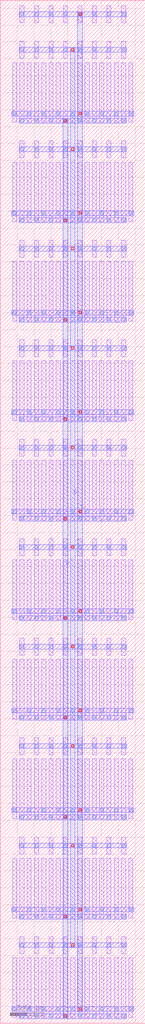
<source format=lef>
MACRO NMOS_S_80601593_X8_Y10
  UNITS 
    DATABASE MICRONS UNITS 1000;
  END UNITS 
  ORIGIN 0 0 ;
  FOREIGN NMOS_S_80601593_X8_Y10 0 0 ;
  SIZE 8600 BY 60480 ;
  PIN D
    DIRECTION INOUT ;
    USE SIGNAL ;
    PORT
      LAYER M3 ;
        RECT 3730 260 4010 53500 ;
    END
  END D
  PIN G
    DIRECTION INOUT ;
    USE SIGNAL ;
    PORT
      LAYER M3 ;
        RECT 4160 4460 4440 57700 ;
    END
  END G
  PIN S
    DIRECTION INOUT ;
    USE SIGNAL ;
    PORT
      LAYER M3 ;
        RECT 4590 680 4870 59800 ;
    END
  END S
  OBS
    LAYER M1 ;
      RECT 1165 335 1415 3865 ;
    LAYER M1 ;
      RECT 1165 4115 1415 5125 ;
    LAYER M1 ;
      RECT 1165 6215 1415 9745 ;
    LAYER M1 ;
      RECT 1165 9995 1415 11005 ;
    LAYER M1 ;
      RECT 1165 12095 1415 15625 ;
    LAYER M1 ;
      RECT 1165 15875 1415 16885 ;
    LAYER M1 ;
      RECT 1165 17975 1415 21505 ;
    LAYER M1 ;
      RECT 1165 21755 1415 22765 ;
    LAYER M1 ;
      RECT 1165 23855 1415 27385 ;
    LAYER M1 ;
      RECT 1165 27635 1415 28645 ;
    LAYER M1 ;
      RECT 1165 29735 1415 33265 ;
    LAYER M1 ;
      RECT 1165 33515 1415 34525 ;
    LAYER M1 ;
      RECT 1165 35615 1415 39145 ;
    LAYER M1 ;
      RECT 1165 39395 1415 40405 ;
    LAYER M1 ;
      RECT 1165 41495 1415 45025 ;
    LAYER M1 ;
      RECT 1165 45275 1415 46285 ;
    LAYER M1 ;
      RECT 1165 47375 1415 50905 ;
    LAYER M1 ;
      RECT 1165 51155 1415 52165 ;
    LAYER M1 ;
      RECT 1165 53255 1415 56785 ;
    LAYER M1 ;
      RECT 1165 57035 1415 58045 ;
    LAYER M1 ;
      RECT 1165 59135 1415 60145 ;
    LAYER M1 ;
      RECT 735 335 985 3865 ;
    LAYER M1 ;
      RECT 735 6215 985 9745 ;
    LAYER M1 ;
      RECT 735 12095 985 15625 ;
    LAYER M1 ;
      RECT 735 17975 985 21505 ;
    LAYER M1 ;
      RECT 735 23855 985 27385 ;
    LAYER M1 ;
      RECT 735 29735 985 33265 ;
    LAYER M1 ;
      RECT 735 35615 985 39145 ;
    LAYER M1 ;
      RECT 735 41495 985 45025 ;
    LAYER M1 ;
      RECT 735 47375 985 50905 ;
    LAYER M1 ;
      RECT 735 53255 985 56785 ;
    LAYER M1 ;
      RECT 1595 335 1845 3865 ;
    LAYER M1 ;
      RECT 1595 6215 1845 9745 ;
    LAYER M1 ;
      RECT 1595 12095 1845 15625 ;
    LAYER M1 ;
      RECT 1595 17975 1845 21505 ;
    LAYER M1 ;
      RECT 1595 23855 1845 27385 ;
    LAYER M1 ;
      RECT 1595 29735 1845 33265 ;
    LAYER M1 ;
      RECT 1595 35615 1845 39145 ;
    LAYER M1 ;
      RECT 1595 41495 1845 45025 ;
    LAYER M1 ;
      RECT 1595 47375 1845 50905 ;
    LAYER M1 ;
      RECT 1595 53255 1845 56785 ;
    LAYER M1 ;
      RECT 2025 335 2275 3865 ;
    LAYER M1 ;
      RECT 2025 4115 2275 5125 ;
    LAYER M1 ;
      RECT 2025 6215 2275 9745 ;
    LAYER M1 ;
      RECT 2025 9995 2275 11005 ;
    LAYER M1 ;
      RECT 2025 12095 2275 15625 ;
    LAYER M1 ;
      RECT 2025 15875 2275 16885 ;
    LAYER M1 ;
      RECT 2025 17975 2275 21505 ;
    LAYER M1 ;
      RECT 2025 21755 2275 22765 ;
    LAYER M1 ;
      RECT 2025 23855 2275 27385 ;
    LAYER M1 ;
      RECT 2025 27635 2275 28645 ;
    LAYER M1 ;
      RECT 2025 29735 2275 33265 ;
    LAYER M1 ;
      RECT 2025 33515 2275 34525 ;
    LAYER M1 ;
      RECT 2025 35615 2275 39145 ;
    LAYER M1 ;
      RECT 2025 39395 2275 40405 ;
    LAYER M1 ;
      RECT 2025 41495 2275 45025 ;
    LAYER M1 ;
      RECT 2025 45275 2275 46285 ;
    LAYER M1 ;
      RECT 2025 47375 2275 50905 ;
    LAYER M1 ;
      RECT 2025 51155 2275 52165 ;
    LAYER M1 ;
      RECT 2025 53255 2275 56785 ;
    LAYER M1 ;
      RECT 2025 57035 2275 58045 ;
    LAYER M1 ;
      RECT 2025 59135 2275 60145 ;
    LAYER M1 ;
      RECT 2455 335 2705 3865 ;
    LAYER M1 ;
      RECT 2455 6215 2705 9745 ;
    LAYER M1 ;
      RECT 2455 12095 2705 15625 ;
    LAYER M1 ;
      RECT 2455 17975 2705 21505 ;
    LAYER M1 ;
      RECT 2455 23855 2705 27385 ;
    LAYER M1 ;
      RECT 2455 29735 2705 33265 ;
    LAYER M1 ;
      RECT 2455 35615 2705 39145 ;
    LAYER M1 ;
      RECT 2455 41495 2705 45025 ;
    LAYER M1 ;
      RECT 2455 47375 2705 50905 ;
    LAYER M1 ;
      RECT 2455 53255 2705 56785 ;
    LAYER M1 ;
      RECT 2885 335 3135 3865 ;
    LAYER M1 ;
      RECT 2885 4115 3135 5125 ;
    LAYER M1 ;
      RECT 2885 6215 3135 9745 ;
    LAYER M1 ;
      RECT 2885 9995 3135 11005 ;
    LAYER M1 ;
      RECT 2885 12095 3135 15625 ;
    LAYER M1 ;
      RECT 2885 15875 3135 16885 ;
    LAYER M1 ;
      RECT 2885 17975 3135 21505 ;
    LAYER M1 ;
      RECT 2885 21755 3135 22765 ;
    LAYER M1 ;
      RECT 2885 23855 3135 27385 ;
    LAYER M1 ;
      RECT 2885 27635 3135 28645 ;
    LAYER M1 ;
      RECT 2885 29735 3135 33265 ;
    LAYER M1 ;
      RECT 2885 33515 3135 34525 ;
    LAYER M1 ;
      RECT 2885 35615 3135 39145 ;
    LAYER M1 ;
      RECT 2885 39395 3135 40405 ;
    LAYER M1 ;
      RECT 2885 41495 3135 45025 ;
    LAYER M1 ;
      RECT 2885 45275 3135 46285 ;
    LAYER M1 ;
      RECT 2885 47375 3135 50905 ;
    LAYER M1 ;
      RECT 2885 51155 3135 52165 ;
    LAYER M1 ;
      RECT 2885 53255 3135 56785 ;
    LAYER M1 ;
      RECT 2885 57035 3135 58045 ;
    LAYER M1 ;
      RECT 2885 59135 3135 60145 ;
    LAYER M1 ;
      RECT 3315 335 3565 3865 ;
    LAYER M1 ;
      RECT 3315 6215 3565 9745 ;
    LAYER M1 ;
      RECT 3315 12095 3565 15625 ;
    LAYER M1 ;
      RECT 3315 17975 3565 21505 ;
    LAYER M1 ;
      RECT 3315 23855 3565 27385 ;
    LAYER M1 ;
      RECT 3315 29735 3565 33265 ;
    LAYER M1 ;
      RECT 3315 35615 3565 39145 ;
    LAYER M1 ;
      RECT 3315 41495 3565 45025 ;
    LAYER M1 ;
      RECT 3315 47375 3565 50905 ;
    LAYER M1 ;
      RECT 3315 53255 3565 56785 ;
    LAYER M1 ;
      RECT 3745 335 3995 3865 ;
    LAYER M1 ;
      RECT 3745 4115 3995 5125 ;
    LAYER M1 ;
      RECT 3745 6215 3995 9745 ;
    LAYER M1 ;
      RECT 3745 9995 3995 11005 ;
    LAYER M1 ;
      RECT 3745 12095 3995 15625 ;
    LAYER M1 ;
      RECT 3745 15875 3995 16885 ;
    LAYER M1 ;
      RECT 3745 17975 3995 21505 ;
    LAYER M1 ;
      RECT 3745 21755 3995 22765 ;
    LAYER M1 ;
      RECT 3745 23855 3995 27385 ;
    LAYER M1 ;
      RECT 3745 27635 3995 28645 ;
    LAYER M1 ;
      RECT 3745 29735 3995 33265 ;
    LAYER M1 ;
      RECT 3745 33515 3995 34525 ;
    LAYER M1 ;
      RECT 3745 35615 3995 39145 ;
    LAYER M1 ;
      RECT 3745 39395 3995 40405 ;
    LAYER M1 ;
      RECT 3745 41495 3995 45025 ;
    LAYER M1 ;
      RECT 3745 45275 3995 46285 ;
    LAYER M1 ;
      RECT 3745 47375 3995 50905 ;
    LAYER M1 ;
      RECT 3745 51155 3995 52165 ;
    LAYER M1 ;
      RECT 3745 53255 3995 56785 ;
    LAYER M1 ;
      RECT 3745 57035 3995 58045 ;
    LAYER M1 ;
      RECT 3745 59135 3995 60145 ;
    LAYER M1 ;
      RECT 4175 335 4425 3865 ;
    LAYER M1 ;
      RECT 4175 6215 4425 9745 ;
    LAYER M1 ;
      RECT 4175 12095 4425 15625 ;
    LAYER M1 ;
      RECT 4175 17975 4425 21505 ;
    LAYER M1 ;
      RECT 4175 23855 4425 27385 ;
    LAYER M1 ;
      RECT 4175 29735 4425 33265 ;
    LAYER M1 ;
      RECT 4175 35615 4425 39145 ;
    LAYER M1 ;
      RECT 4175 41495 4425 45025 ;
    LAYER M1 ;
      RECT 4175 47375 4425 50905 ;
    LAYER M1 ;
      RECT 4175 53255 4425 56785 ;
    LAYER M1 ;
      RECT 4605 335 4855 3865 ;
    LAYER M1 ;
      RECT 4605 4115 4855 5125 ;
    LAYER M1 ;
      RECT 4605 6215 4855 9745 ;
    LAYER M1 ;
      RECT 4605 9995 4855 11005 ;
    LAYER M1 ;
      RECT 4605 12095 4855 15625 ;
    LAYER M1 ;
      RECT 4605 15875 4855 16885 ;
    LAYER M1 ;
      RECT 4605 17975 4855 21505 ;
    LAYER M1 ;
      RECT 4605 21755 4855 22765 ;
    LAYER M1 ;
      RECT 4605 23855 4855 27385 ;
    LAYER M1 ;
      RECT 4605 27635 4855 28645 ;
    LAYER M1 ;
      RECT 4605 29735 4855 33265 ;
    LAYER M1 ;
      RECT 4605 33515 4855 34525 ;
    LAYER M1 ;
      RECT 4605 35615 4855 39145 ;
    LAYER M1 ;
      RECT 4605 39395 4855 40405 ;
    LAYER M1 ;
      RECT 4605 41495 4855 45025 ;
    LAYER M1 ;
      RECT 4605 45275 4855 46285 ;
    LAYER M1 ;
      RECT 4605 47375 4855 50905 ;
    LAYER M1 ;
      RECT 4605 51155 4855 52165 ;
    LAYER M1 ;
      RECT 4605 53255 4855 56785 ;
    LAYER M1 ;
      RECT 4605 57035 4855 58045 ;
    LAYER M1 ;
      RECT 4605 59135 4855 60145 ;
    LAYER M1 ;
      RECT 5035 335 5285 3865 ;
    LAYER M1 ;
      RECT 5035 6215 5285 9745 ;
    LAYER M1 ;
      RECT 5035 12095 5285 15625 ;
    LAYER M1 ;
      RECT 5035 17975 5285 21505 ;
    LAYER M1 ;
      RECT 5035 23855 5285 27385 ;
    LAYER M1 ;
      RECT 5035 29735 5285 33265 ;
    LAYER M1 ;
      RECT 5035 35615 5285 39145 ;
    LAYER M1 ;
      RECT 5035 41495 5285 45025 ;
    LAYER M1 ;
      RECT 5035 47375 5285 50905 ;
    LAYER M1 ;
      RECT 5035 53255 5285 56785 ;
    LAYER M1 ;
      RECT 5465 335 5715 3865 ;
    LAYER M1 ;
      RECT 5465 4115 5715 5125 ;
    LAYER M1 ;
      RECT 5465 6215 5715 9745 ;
    LAYER M1 ;
      RECT 5465 9995 5715 11005 ;
    LAYER M1 ;
      RECT 5465 12095 5715 15625 ;
    LAYER M1 ;
      RECT 5465 15875 5715 16885 ;
    LAYER M1 ;
      RECT 5465 17975 5715 21505 ;
    LAYER M1 ;
      RECT 5465 21755 5715 22765 ;
    LAYER M1 ;
      RECT 5465 23855 5715 27385 ;
    LAYER M1 ;
      RECT 5465 27635 5715 28645 ;
    LAYER M1 ;
      RECT 5465 29735 5715 33265 ;
    LAYER M1 ;
      RECT 5465 33515 5715 34525 ;
    LAYER M1 ;
      RECT 5465 35615 5715 39145 ;
    LAYER M1 ;
      RECT 5465 39395 5715 40405 ;
    LAYER M1 ;
      RECT 5465 41495 5715 45025 ;
    LAYER M1 ;
      RECT 5465 45275 5715 46285 ;
    LAYER M1 ;
      RECT 5465 47375 5715 50905 ;
    LAYER M1 ;
      RECT 5465 51155 5715 52165 ;
    LAYER M1 ;
      RECT 5465 53255 5715 56785 ;
    LAYER M1 ;
      RECT 5465 57035 5715 58045 ;
    LAYER M1 ;
      RECT 5465 59135 5715 60145 ;
    LAYER M1 ;
      RECT 5895 335 6145 3865 ;
    LAYER M1 ;
      RECT 5895 6215 6145 9745 ;
    LAYER M1 ;
      RECT 5895 12095 6145 15625 ;
    LAYER M1 ;
      RECT 5895 17975 6145 21505 ;
    LAYER M1 ;
      RECT 5895 23855 6145 27385 ;
    LAYER M1 ;
      RECT 5895 29735 6145 33265 ;
    LAYER M1 ;
      RECT 5895 35615 6145 39145 ;
    LAYER M1 ;
      RECT 5895 41495 6145 45025 ;
    LAYER M1 ;
      RECT 5895 47375 6145 50905 ;
    LAYER M1 ;
      RECT 5895 53255 6145 56785 ;
    LAYER M1 ;
      RECT 6325 335 6575 3865 ;
    LAYER M1 ;
      RECT 6325 4115 6575 5125 ;
    LAYER M1 ;
      RECT 6325 6215 6575 9745 ;
    LAYER M1 ;
      RECT 6325 9995 6575 11005 ;
    LAYER M1 ;
      RECT 6325 12095 6575 15625 ;
    LAYER M1 ;
      RECT 6325 15875 6575 16885 ;
    LAYER M1 ;
      RECT 6325 17975 6575 21505 ;
    LAYER M1 ;
      RECT 6325 21755 6575 22765 ;
    LAYER M1 ;
      RECT 6325 23855 6575 27385 ;
    LAYER M1 ;
      RECT 6325 27635 6575 28645 ;
    LAYER M1 ;
      RECT 6325 29735 6575 33265 ;
    LAYER M1 ;
      RECT 6325 33515 6575 34525 ;
    LAYER M1 ;
      RECT 6325 35615 6575 39145 ;
    LAYER M1 ;
      RECT 6325 39395 6575 40405 ;
    LAYER M1 ;
      RECT 6325 41495 6575 45025 ;
    LAYER M1 ;
      RECT 6325 45275 6575 46285 ;
    LAYER M1 ;
      RECT 6325 47375 6575 50905 ;
    LAYER M1 ;
      RECT 6325 51155 6575 52165 ;
    LAYER M1 ;
      RECT 6325 53255 6575 56785 ;
    LAYER M1 ;
      RECT 6325 57035 6575 58045 ;
    LAYER M1 ;
      RECT 6325 59135 6575 60145 ;
    LAYER M1 ;
      RECT 6755 335 7005 3865 ;
    LAYER M1 ;
      RECT 6755 6215 7005 9745 ;
    LAYER M1 ;
      RECT 6755 12095 7005 15625 ;
    LAYER M1 ;
      RECT 6755 17975 7005 21505 ;
    LAYER M1 ;
      RECT 6755 23855 7005 27385 ;
    LAYER M1 ;
      RECT 6755 29735 7005 33265 ;
    LAYER M1 ;
      RECT 6755 35615 7005 39145 ;
    LAYER M1 ;
      RECT 6755 41495 7005 45025 ;
    LAYER M1 ;
      RECT 6755 47375 7005 50905 ;
    LAYER M1 ;
      RECT 6755 53255 7005 56785 ;
    LAYER M1 ;
      RECT 7185 335 7435 3865 ;
    LAYER M1 ;
      RECT 7185 4115 7435 5125 ;
    LAYER M1 ;
      RECT 7185 6215 7435 9745 ;
    LAYER M1 ;
      RECT 7185 9995 7435 11005 ;
    LAYER M1 ;
      RECT 7185 12095 7435 15625 ;
    LAYER M1 ;
      RECT 7185 15875 7435 16885 ;
    LAYER M1 ;
      RECT 7185 17975 7435 21505 ;
    LAYER M1 ;
      RECT 7185 21755 7435 22765 ;
    LAYER M1 ;
      RECT 7185 23855 7435 27385 ;
    LAYER M1 ;
      RECT 7185 27635 7435 28645 ;
    LAYER M1 ;
      RECT 7185 29735 7435 33265 ;
    LAYER M1 ;
      RECT 7185 33515 7435 34525 ;
    LAYER M1 ;
      RECT 7185 35615 7435 39145 ;
    LAYER M1 ;
      RECT 7185 39395 7435 40405 ;
    LAYER M1 ;
      RECT 7185 41495 7435 45025 ;
    LAYER M1 ;
      RECT 7185 45275 7435 46285 ;
    LAYER M1 ;
      RECT 7185 47375 7435 50905 ;
    LAYER M1 ;
      RECT 7185 51155 7435 52165 ;
    LAYER M1 ;
      RECT 7185 53255 7435 56785 ;
    LAYER M1 ;
      RECT 7185 57035 7435 58045 ;
    LAYER M1 ;
      RECT 7185 59135 7435 60145 ;
    LAYER M1 ;
      RECT 7615 335 7865 3865 ;
    LAYER M1 ;
      RECT 7615 6215 7865 9745 ;
    LAYER M1 ;
      RECT 7615 12095 7865 15625 ;
    LAYER M1 ;
      RECT 7615 17975 7865 21505 ;
    LAYER M1 ;
      RECT 7615 23855 7865 27385 ;
    LAYER M1 ;
      RECT 7615 29735 7865 33265 ;
    LAYER M1 ;
      RECT 7615 35615 7865 39145 ;
    LAYER M1 ;
      RECT 7615 41495 7865 45025 ;
    LAYER M1 ;
      RECT 7615 47375 7865 50905 ;
    LAYER M1 ;
      RECT 7615 53255 7865 56785 ;
    LAYER M2 ;
      RECT 1120 280 7480 560 ;
    LAYER M2 ;
      RECT 1120 4480 7480 4760 ;
    LAYER M2 ;
      RECT 690 700 7910 980 ;
    LAYER M2 ;
      RECT 1120 6160 7480 6440 ;
    LAYER M2 ;
      RECT 1120 10360 7480 10640 ;
    LAYER M2 ;
      RECT 690 6580 7910 6860 ;
    LAYER M2 ;
      RECT 1120 12040 7480 12320 ;
    LAYER M2 ;
      RECT 1120 16240 7480 16520 ;
    LAYER M2 ;
      RECT 690 12460 7910 12740 ;
    LAYER M2 ;
      RECT 1120 17920 7480 18200 ;
    LAYER M2 ;
      RECT 1120 22120 7480 22400 ;
    LAYER M2 ;
      RECT 690 18340 7910 18620 ;
    LAYER M2 ;
      RECT 1120 23800 7480 24080 ;
    LAYER M2 ;
      RECT 1120 28000 7480 28280 ;
    LAYER M2 ;
      RECT 690 24220 7910 24500 ;
    LAYER M2 ;
      RECT 1120 29680 7480 29960 ;
    LAYER M2 ;
      RECT 1120 33880 7480 34160 ;
    LAYER M2 ;
      RECT 690 30100 7910 30380 ;
    LAYER M2 ;
      RECT 1120 35560 7480 35840 ;
    LAYER M2 ;
      RECT 1120 39760 7480 40040 ;
    LAYER M2 ;
      RECT 690 35980 7910 36260 ;
    LAYER M2 ;
      RECT 1120 41440 7480 41720 ;
    LAYER M2 ;
      RECT 1120 45640 7480 45920 ;
    LAYER M2 ;
      RECT 690 41860 7910 42140 ;
    LAYER M2 ;
      RECT 1120 47320 7480 47600 ;
    LAYER M2 ;
      RECT 1120 51520 7480 51800 ;
    LAYER M2 ;
      RECT 690 47740 7910 48020 ;
    LAYER M2 ;
      RECT 1120 53200 7480 53480 ;
    LAYER M2 ;
      RECT 1120 57400 7480 57680 ;
    LAYER M2 ;
      RECT 1120 59500 7480 59780 ;
    LAYER M2 ;
      RECT 690 53620 7910 53900 ;
    LAYER V1 ;
      RECT 1205 335 1375 505 ;
    LAYER V1 ;
      RECT 1205 4535 1375 4705 ;
    LAYER V1 ;
      RECT 1205 6215 1375 6385 ;
    LAYER V1 ;
      RECT 1205 10415 1375 10585 ;
    LAYER V1 ;
      RECT 1205 12095 1375 12265 ;
    LAYER V1 ;
      RECT 1205 16295 1375 16465 ;
    LAYER V1 ;
      RECT 1205 17975 1375 18145 ;
    LAYER V1 ;
      RECT 1205 22175 1375 22345 ;
    LAYER V1 ;
      RECT 1205 23855 1375 24025 ;
    LAYER V1 ;
      RECT 1205 28055 1375 28225 ;
    LAYER V1 ;
      RECT 1205 29735 1375 29905 ;
    LAYER V1 ;
      RECT 1205 33935 1375 34105 ;
    LAYER V1 ;
      RECT 1205 35615 1375 35785 ;
    LAYER V1 ;
      RECT 1205 39815 1375 39985 ;
    LAYER V1 ;
      RECT 1205 41495 1375 41665 ;
    LAYER V1 ;
      RECT 1205 45695 1375 45865 ;
    LAYER V1 ;
      RECT 1205 47375 1375 47545 ;
    LAYER V1 ;
      RECT 1205 51575 1375 51745 ;
    LAYER V1 ;
      RECT 1205 53255 1375 53425 ;
    LAYER V1 ;
      RECT 1205 57455 1375 57625 ;
    LAYER V1 ;
      RECT 1205 59555 1375 59725 ;
    LAYER V1 ;
      RECT 2065 335 2235 505 ;
    LAYER V1 ;
      RECT 2065 4535 2235 4705 ;
    LAYER V1 ;
      RECT 2065 6215 2235 6385 ;
    LAYER V1 ;
      RECT 2065 10415 2235 10585 ;
    LAYER V1 ;
      RECT 2065 12095 2235 12265 ;
    LAYER V1 ;
      RECT 2065 16295 2235 16465 ;
    LAYER V1 ;
      RECT 2065 17975 2235 18145 ;
    LAYER V1 ;
      RECT 2065 22175 2235 22345 ;
    LAYER V1 ;
      RECT 2065 23855 2235 24025 ;
    LAYER V1 ;
      RECT 2065 28055 2235 28225 ;
    LAYER V1 ;
      RECT 2065 29735 2235 29905 ;
    LAYER V1 ;
      RECT 2065 33935 2235 34105 ;
    LAYER V1 ;
      RECT 2065 35615 2235 35785 ;
    LAYER V1 ;
      RECT 2065 39815 2235 39985 ;
    LAYER V1 ;
      RECT 2065 41495 2235 41665 ;
    LAYER V1 ;
      RECT 2065 45695 2235 45865 ;
    LAYER V1 ;
      RECT 2065 47375 2235 47545 ;
    LAYER V1 ;
      RECT 2065 51575 2235 51745 ;
    LAYER V1 ;
      RECT 2065 53255 2235 53425 ;
    LAYER V1 ;
      RECT 2065 57455 2235 57625 ;
    LAYER V1 ;
      RECT 2065 59555 2235 59725 ;
    LAYER V1 ;
      RECT 2925 335 3095 505 ;
    LAYER V1 ;
      RECT 2925 4535 3095 4705 ;
    LAYER V1 ;
      RECT 2925 6215 3095 6385 ;
    LAYER V1 ;
      RECT 2925 10415 3095 10585 ;
    LAYER V1 ;
      RECT 2925 12095 3095 12265 ;
    LAYER V1 ;
      RECT 2925 16295 3095 16465 ;
    LAYER V1 ;
      RECT 2925 17975 3095 18145 ;
    LAYER V1 ;
      RECT 2925 22175 3095 22345 ;
    LAYER V1 ;
      RECT 2925 23855 3095 24025 ;
    LAYER V1 ;
      RECT 2925 28055 3095 28225 ;
    LAYER V1 ;
      RECT 2925 29735 3095 29905 ;
    LAYER V1 ;
      RECT 2925 33935 3095 34105 ;
    LAYER V1 ;
      RECT 2925 35615 3095 35785 ;
    LAYER V1 ;
      RECT 2925 39815 3095 39985 ;
    LAYER V1 ;
      RECT 2925 41495 3095 41665 ;
    LAYER V1 ;
      RECT 2925 45695 3095 45865 ;
    LAYER V1 ;
      RECT 2925 47375 3095 47545 ;
    LAYER V1 ;
      RECT 2925 51575 3095 51745 ;
    LAYER V1 ;
      RECT 2925 53255 3095 53425 ;
    LAYER V1 ;
      RECT 2925 57455 3095 57625 ;
    LAYER V1 ;
      RECT 2925 59555 3095 59725 ;
    LAYER V1 ;
      RECT 3785 335 3955 505 ;
    LAYER V1 ;
      RECT 3785 4535 3955 4705 ;
    LAYER V1 ;
      RECT 3785 6215 3955 6385 ;
    LAYER V1 ;
      RECT 3785 10415 3955 10585 ;
    LAYER V1 ;
      RECT 3785 12095 3955 12265 ;
    LAYER V1 ;
      RECT 3785 16295 3955 16465 ;
    LAYER V1 ;
      RECT 3785 17975 3955 18145 ;
    LAYER V1 ;
      RECT 3785 22175 3955 22345 ;
    LAYER V1 ;
      RECT 3785 23855 3955 24025 ;
    LAYER V1 ;
      RECT 3785 28055 3955 28225 ;
    LAYER V1 ;
      RECT 3785 29735 3955 29905 ;
    LAYER V1 ;
      RECT 3785 33935 3955 34105 ;
    LAYER V1 ;
      RECT 3785 35615 3955 35785 ;
    LAYER V1 ;
      RECT 3785 39815 3955 39985 ;
    LAYER V1 ;
      RECT 3785 41495 3955 41665 ;
    LAYER V1 ;
      RECT 3785 45695 3955 45865 ;
    LAYER V1 ;
      RECT 3785 47375 3955 47545 ;
    LAYER V1 ;
      RECT 3785 51575 3955 51745 ;
    LAYER V1 ;
      RECT 3785 53255 3955 53425 ;
    LAYER V1 ;
      RECT 3785 57455 3955 57625 ;
    LAYER V1 ;
      RECT 3785 59555 3955 59725 ;
    LAYER V1 ;
      RECT 4645 335 4815 505 ;
    LAYER V1 ;
      RECT 4645 4535 4815 4705 ;
    LAYER V1 ;
      RECT 4645 6215 4815 6385 ;
    LAYER V1 ;
      RECT 4645 10415 4815 10585 ;
    LAYER V1 ;
      RECT 4645 12095 4815 12265 ;
    LAYER V1 ;
      RECT 4645 16295 4815 16465 ;
    LAYER V1 ;
      RECT 4645 17975 4815 18145 ;
    LAYER V1 ;
      RECT 4645 22175 4815 22345 ;
    LAYER V1 ;
      RECT 4645 23855 4815 24025 ;
    LAYER V1 ;
      RECT 4645 28055 4815 28225 ;
    LAYER V1 ;
      RECT 4645 29735 4815 29905 ;
    LAYER V1 ;
      RECT 4645 33935 4815 34105 ;
    LAYER V1 ;
      RECT 4645 35615 4815 35785 ;
    LAYER V1 ;
      RECT 4645 39815 4815 39985 ;
    LAYER V1 ;
      RECT 4645 41495 4815 41665 ;
    LAYER V1 ;
      RECT 4645 45695 4815 45865 ;
    LAYER V1 ;
      RECT 4645 47375 4815 47545 ;
    LAYER V1 ;
      RECT 4645 51575 4815 51745 ;
    LAYER V1 ;
      RECT 4645 53255 4815 53425 ;
    LAYER V1 ;
      RECT 4645 57455 4815 57625 ;
    LAYER V1 ;
      RECT 4645 59555 4815 59725 ;
    LAYER V1 ;
      RECT 5505 335 5675 505 ;
    LAYER V1 ;
      RECT 5505 4535 5675 4705 ;
    LAYER V1 ;
      RECT 5505 6215 5675 6385 ;
    LAYER V1 ;
      RECT 5505 10415 5675 10585 ;
    LAYER V1 ;
      RECT 5505 12095 5675 12265 ;
    LAYER V1 ;
      RECT 5505 16295 5675 16465 ;
    LAYER V1 ;
      RECT 5505 17975 5675 18145 ;
    LAYER V1 ;
      RECT 5505 22175 5675 22345 ;
    LAYER V1 ;
      RECT 5505 23855 5675 24025 ;
    LAYER V1 ;
      RECT 5505 28055 5675 28225 ;
    LAYER V1 ;
      RECT 5505 29735 5675 29905 ;
    LAYER V1 ;
      RECT 5505 33935 5675 34105 ;
    LAYER V1 ;
      RECT 5505 35615 5675 35785 ;
    LAYER V1 ;
      RECT 5505 39815 5675 39985 ;
    LAYER V1 ;
      RECT 5505 41495 5675 41665 ;
    LAYER V1 ;
      RECT 5505 45695 5675 45865 ;
    LAYER V1 ;
      RECT 5505 47375 5675 47545 ;
    LAYER V1 ;
      RECT 5505 51575 5675 51745 ;
    LAYER V1 ;
      RECT 5505 53255 5675 53425 ;
    LAYER V1 ;
      RECT 5505 57455 5675 57625 ;
    LAYER V1 ;
      RECT 5505 59555 5675 59725 ;
    LAYER V1 ;
      RECT 6365 335 6535 505 ;
    LAYER V1 ;
      RECT 6365 4535 6535 4705 ;
    LAYER V1 ;
      RECT 6365 6215 6535 6385 ;
    LAYER V1 ;
      RECT 6365 10415 6535 10585 ;
    LAYER V1 ;
      RECT 6365 12095 6535 12265 ;
    LAYER V1 ;
      RECT 6365 16295 6535 16465 ;
    LAYER V1 ;
      RECT 6365 17975 6535 18145 ;
    LAYER V1 ;
      RECT 6365 22175 6535 22345 ;
    LAYER V1 ;
      RECT 6365 23855 6535 24025 ;
    LAYER V1 ;
      RECT 6365 28055 6535 28225 ;
    LAYER V1 ;
      RECT 6365 29735 6535 29905 ;
    LAYER V1 ;
      RECT 6365 33935 6535 34105 ;
    LAYER V1 ;
      RECT 6365 35615 6535 35785 ;
    LAYER V1 ;
      RECT 6365 39815 6535 39985 ;
    LAYER V1 ;
      RECT 6365 41495 6535 41665 ;
    LAYER V1 ;
      RECT 6365 45695 6535 45865 ;
    LAYER V1 ;
      RECT 6365 47375 6535 47545 ;
    LAYER V1 ;
      RECT 6365 51575 6535 51745 ;
    LAYER V1 ;
      RECT 6365 53255 6535 53425 ;
    LAYER V1 ;
      RECT 6365 57455 6535 57625 ;
    LAYER V1 ;
      RECT 6365 59555 6535 59725 ;
    LAYER V1 ;
      RECT 7225 335 7395 505 ;
    LAYER V1 ;
      RECT 7225 4535 7395 4705 ;
    LAYER V1 ;
      RECT 7225 6215 7395 6385 ;
    LAYER V1 ;
      RECT 7225 10415 7395 10585 ;
    LAYER V1 ;
      RECT 7225 12095 7395 12265 ;
    LAYER V1 ;
      RECT 7225 16295 7395 16465 ;
    LAYER V1 ;
      RECT 7225 17975 7395 18145 ;
    LAYER V1 ;
      RECT 7225 22175 7395 22345 ;
    LAYER V1 ;
      RECT 7225 23855 7395 24025 ;
    LAYER V1 ;
      RECT 7225 28055 7395 28225 ;
    LAYER V1 ;
      RECT 7225 29735 7395 29905 ;
    LAYER V1 ;
      RECT 7225 33935 7395 34105 ;
    LAYER V1 ;
      RECT 7225 35615 7395 35785 ;
    LAYER V1 ;
      RECT 7225 39815 7395 39985 ;
    LAYER V1 ;
      RECT 7225 41495 7395 41665 ;
    LAYER V1 ;
      RECT 7225 45695 7395 45865 ;
    LAYER V1 ;
      RECT 7225 47375 7395 47545 ;
    LAYER V1 ;
      RECT 7225 51575 7395 51745 ;
    LAYER V1 ;
      RECT 7225 53255 7395 53425 ;
    LAYER V1 ;
      RECT 7225 57455 7395 57625 ;
    LAYER V1 ;
      RECT 7225 59555 7395 59725 ;
    LAYER V1 ;
      RECT 775 755 945 925 ;
    LAYER V1 ;
      RECT 775 6635 945 6805 ;
    LAYER V1 ;
      RECT 775 12515 945 12685 ;
    LAYER V1 ;
      RECT 775 18395 945 18565 ;
    LAYER V1 ;
      RECT 775 24275 945 24445 ;
    LAYER V1 ;
      RECT 775 30155 945 30325 ;
    LAYER V1 ;
      RECT 775 36035 945 36205 ;
    LAYER V1 ;
      RECT 775 41915 945 42085 ;
    LAYER V1 ;
      RECT 775 47795 945 47965 ;
    LAYER V1 ;
      RECT 775 53675 945 53845 ;
    LAYER V1 ;
      RECT 1635 755 1805 925 ;
    LAYER V1 ;
      RECT 1635 6635 1805 6805 ;
    LAYER V1 ;
      RECT 1635 12515 1805 12685 ;
    LAYER V1 ;
      RECT 1635 18395 1805 18565 ;
    LAYER V1 ;
      RECT 1635 24275 1805 24445 ;
    LAYER V1 ;
      RECT 1635 30155 1805 30325 ;
    LAYER V1 ;
      RECT 1635 36035 1805 36205 ;
    LAYER V1 ;
      RECT 1635 41915 1805 42085 ;
    LAYER V1 ;
      RECT 1635 47795 1805 47965 ;
    LAYER V1 ;
      RECT 1635 53675 1805 53845 ;
    LAYER V1 ;
      RECT 2495 755 2665 925 ;
    LAYER V1 ;
      RECT 2495 6635 2665 6805 ;
    LAYER V1 ;
      RECT 2495 12515 2665 12685 ;
    LAYER V1 ;
      RECT 2495 18395 2665 18565 ;
    LAYER V1 ;
      RECT 2495 24275 2665 24445 ;
    LAYER V1 ;
      RECT 2495 30155 2665 30325 ;
    LAYER V1 ;
      RECT 2495 36035 2665 36205 ;
    LAYER V1 ;
      RECT 2495 41915 2665 42085 ;
    LAYER V1 ;
      RECT 2495 47795 2665 47965 ;
    LAYER V1 ;
      RECT 2495 53675 2665 53845 ;
    LAYER V1 ;
      RECT 3355 755 3525 925 ;
    LAYER V1 ;
      RECT 3355 6635 3525 6805 ;
    LAYER V1 ;
      RECT 3355 12515 3525 12685 ;
    LAYER V1 ;
      RECT 3355 18395 3525 18565 ;
    LAYER V1 ;
      RECT 3355 24275 3525 24445 ;
    LAYER V1 ;
      RECT 3355 30155 3525 30325 ;
    LAYER V1 ;
      RECT 3355 36035 3525 36205 ;
    LAYER V1 ;
      RECT 3355 41915 3525 42085 ;
    LAYER V1 ;
      RECT 3355 47795 3525 47965 ;
    LAYER V1 ;
      RECT 3355 53675 3525 53845 ;
    LAYER V1 ;
      RECT 4215 755 4385 925 ;
    LAYER V1 ;
      RECT 4215 6635 4385 6805 ;
    LAYER V1 ;
      RECT 4215 12515 4385 12685 ;
    LAYER V1 ;
      RECT 4215 18395 4385 18565 ;
    LAYER V1 ;
      RECT 4215 24275 4385 24445 ;
    LAYER V1 ;
      RECT 4215 30155 4385 30325 ;
    LAYER V1 ;
      RECT 4215 36035 4385 36205 ;
    LAYER V1 ;
      RECT 4215 41915 4385 42085 ;
    LAYER V1 ;
      RECT 4215 47795 4385 47965 ;
    LAYER V1 ;
      RECT 4215 53675 4385 53845 ;
    LAYER V1 ;
      RECT 5075 755 5245 925 ;
    LAYER V1 ;
      RECT 5075 6635 5245 6805 ;
    LAYER V1 ;
      RECT 5075 12515 5245 12685 ;
    LAYER V1 ;
      RECT 5075 18395 5245 18565 ;
    LAYER V1 ;
      RECT 5075 24275 5245 24445 ;
    LAYER V1 ;
      RECT 5075 30155 5245 30325 ;
    LAYER V1 ;
      RECT 5075 36035 5245 36205 ;
    LAYER V1 ;
      RECT 5075 41915 5245 42085 ;
    LAYER V1 ;
      RECT 5075 47795 5245 47965 ;
    LAYER V1 ;
      RECT 5075 53675 5245 53845 ;
    LAYER V1 ;
      RECT 5935 755 6105 925 ;
    LAYER V1 ;
      RECT 5935 6635 6105 6805 ;
    LAYER V1 ;
      RECT 5935 12515 6105 12685 ;
    LAYER V1 ;
      RECT 5935 18395 6105 18565 ;
    LAYER V1 ;
      RECT 5935 24275 6105 24445 ;
    LAYER V1 ;
      RECT 5935 30155 6105 30325 ;
    LAYER V1 ;
      RECT 5935 36035 6105 36205 ;
    LAYER V1 ;
      RECT 5935 41915 6105 42085 ;
    LAYER V1 ;
      RECT 5935 47795 6105 47965 ;
    LAYER V1 ;
      RECT 5935 53675 6105 53845 ;
    LAYER V1 ;
      RECT 6795 755 6965 925 ;
    LAYER V1 ;
      RECT 6795 6635 6965 6805 ;
    LAYER V1 ;
      RECT 6795 12515 6965 12685 ;
    LAYER V1 ;
      RECT 6795 18395 6965 18565 ;
    LAYER V1 ;
      RECT 6795 24275 6965 24445 ;
    LAYER V1 ;
      RECT 6795 30155 6965 30325 ;
    LAYER V1 ;
      RECT 6795 36035 6965 36205 ;
    LAYER V1 ;
      RECT 6795 41915 6965 42085 ;
    LAYER V1 ;
      RECT 6795 47795 6965 47965 ;
    LAYER V1 ;
      RECT 6795 53675 6965 53845 ;
    LAYER V1 ;
      RECT 7655 755 7825 925 ;
    LAYER V1 ;
      RECT 7655 6635 7825 6805 ;
    LAYER V1 ;
      RECT 7655 12515 7825 12685 ;
    LAYER V1 ;
      RECT 7655 18395 7825 18565 ;
    LAYER V1 ;
      RECT 7655 24275 7825 24445 ;
    LAYER V1 ;
      RECT 7655 30155 7825 30325 ;
    LAYER V1 ;
      RECT 7655 36035 7825 36205 ;
    LAYER V1 ;
      RECT 7655 41915 7825 42085 ;
    LAYER V1 ;
      RECT 7655 47795 7825 47965 ;
    LAYER V1 ;
      RECT 7655 53675 7825 53845 ;
    LAYER V2 ;
      RECT 3795 345 3945 495 ;
    LAYER V2 ;
      RECT 3795 6225 3945 6375 ;
    LAYER V2 ;
      RECT 3795 12105 3945 12255 ;
    LAYER V2 ;
      RECT 3795 17985 3945 18135 ;
    LAYER V2 ;
      RECT 3795 23865 3945 24015 ;
    LAYER V2 ;
      RECT 3795 29745 3945 29895 ;
    LAYER V2 ;
      RECT 3795 35625 3945 35775 ;
    LAYER V2 ;
      RECT 3795 41505 3945 41655 ;
    LAYER V2 ;
      RECT 3795 47385 3945 47535 ;
    LAYER V2 ;
      RECT 3795 53265 3945 53415 ;
    LAYER V2 ;
      RECT 4225 4545 4375 4695 ;
    LAYER V2 ;
      RECT 4225 10425 4375 10575 ;
    LAYER V2 ;
      RECT 4225 16305 4375 16455 ;
    LAYER V2 ;
      RECT 4225 22185 4375 22335 ;
    LAYER V2 ;
      RECT 4225 28065 4375 28215 ;
    LAYER V2 ;
      RECT 4225 33945 4375 34095 ;
    LAYER V2 ;
      RECT 4225 39825 4375 39975 ;
    LAYER V2 ;
      RECT 4225 45705 4375 45855 ;
    LAYER V2 ;
      RECT 4225 51585 4375 51735 ;
    LAYER V2 ;
      RECT 4225 57465 4375 57615 ;
    LAYER V2 ;
      RECT 4655 765 4805 915 ;
    LAYER V2 ;
      RECT 4655 6645 4805 6795 ;
    LAYER V2 ;
      RECT 4655 12525 4805 12675 ;
    LAYER V2 ;
      RECT 4655 18405 4805 18555 ;
    LAYER V2 ;
      RECT 4655 24285 4805 24435 ;
    LAYER V2 ;
      RECT 4655 30165 4805 30315 ;
    LAYER V2 ;
      RECT 4655 36045 4805 36195 ;
    LAYER V2 ;
      RECT 4655 41925 4805 42075 ;
    LAYER V2 ;
      RECT 4655 47805 4805 47955 ;
    LAYER V2 ;
      RECT 4655 53685 4805 53835 ;
    LAYER V2 ;
      RECT 4655 59565 4805 59715 ;
  END
END NMOS_S_80601593_X8_Y10

</source>
